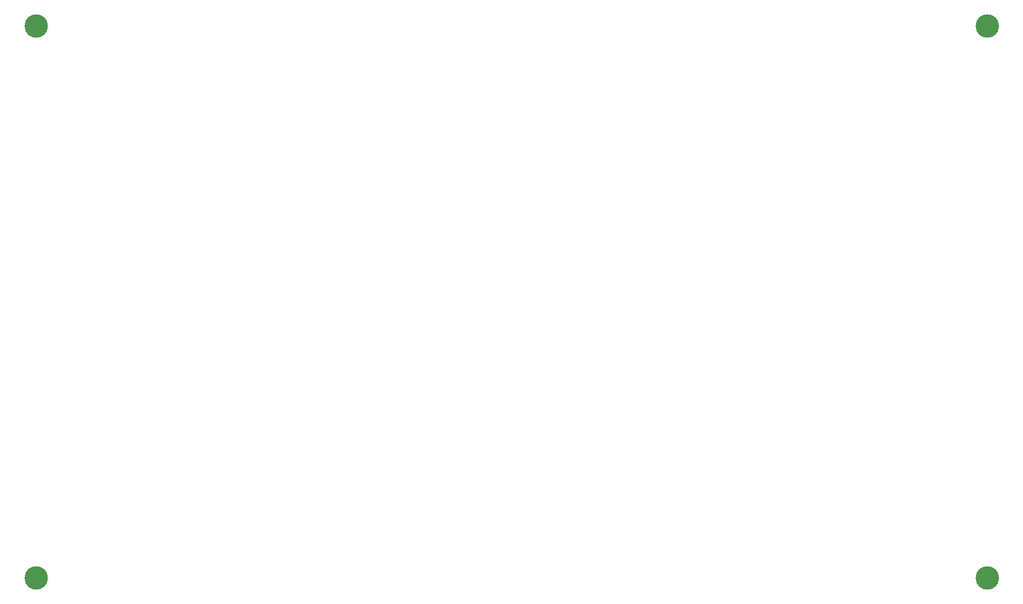
<source format=gbr>
%TF.GenerationSoftware,KiCad,Pcbnew,(5.1.8)-1*%
%TF.CreationDate,2021-03-28T18:03:50+02:00*%
%TF.ProjectId,pfm2_topSurface,70666d32-5f74-46f7-9053-757266616365,rev?*%
%TF.SameCoordinates,Original*%
%TF.FileFunction,Copper,L1,Top*%
%TF.FilePolarity,Positive*%
%FSLAX46Y46*%
G04 Gerber Fmt 4.6, Leading zero omitted, Abs format (unit mm)*
G04 Created by KiCad (PCBNEW (5.1.8)-1) date 2021-03-28 18:03:51*
%MOMM*%
%LPD*%
G01*
G04 APERTURE LIST*
%TA.AperFunction,ComponentPad*%
%ADD10C,3.500000*%
%TD*%
G04 APERTURE END LIST*
D10*
%TO.P,h,*%
%TO.N,*%
X45720000Y-72390000D03*
%TD*%
%TO.P,h,*%
%TO.N,*%
X187960000Y-72390000D03*
%TD*%
%TO.P,h,*%
%TO.N,*%
X187960000Y-154940000D03*
%TD*%
%TO.P,h,*%
%TO.N,*%
X45720000Y-154940000D03*
%TD*%
M02*

</source>
